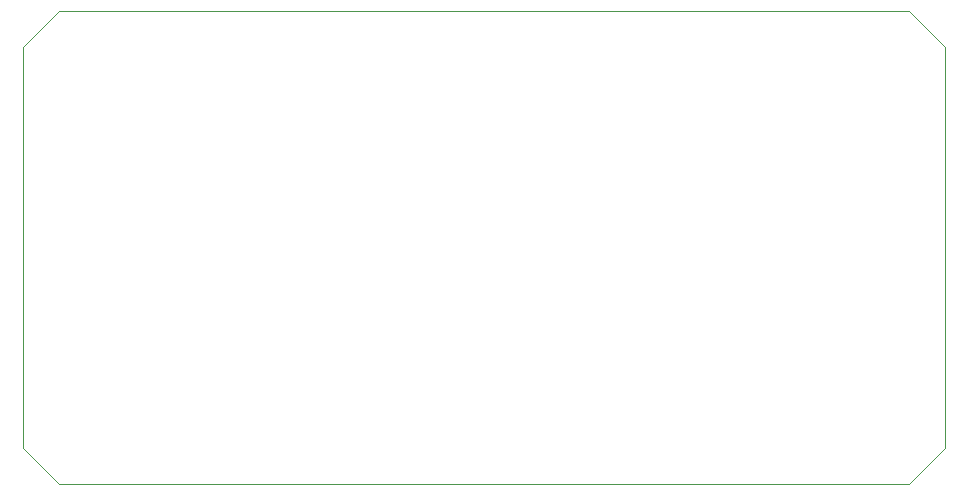
<source format=gbr>
%TF.GenerationSoftware,KiCad,Pcbnew,(5.1.10)-1*%
%TF.CreationDate,2021-05-16T21:49:31+02:00*%
%TF.ProjectId,BatteryBoost,42617474-6572-4794-926f-6f73742e6b69,rev?*%
%TF.SameCoordinates,Original*%
%TF.FileFunction,Profile,NP*%
%FSLAX46Y46*%
G04 Gerber Fmt 4.6, Leading zero omitted, Abs format (unit mm)*
G04 Created by KiCad (PCBNEW (5.1.10)-1) date 2021-05-16 21:49:31*
%MOMM*%
%LPD*%
G01*
G04 APERTURE LIST*
%TA.AperFunction,Profile*%
%ADD10C,0.050000*%
%TD*%
G04 APERTURE END LIST*
D10*
X3000000Y-40000000D02*
X0Y-37000000D01*
X78000000Y-37000000D02*
X75000000Y-40000000D01*
X75000000Y0D02*
X78000000Y-3000000D01*
X0Y-3000000D02*
X3000000Y0D01*
X78000000Y-37000000D02*
X78000000Y-3000000D01*
X3000000Y-40000000D02*
X75000000Y-40000000D01*
X75000000Y0D02*
X3000000Y0D01*
X0Y-3000000D02*
X0Y-37000000D01*
M02*

</source>
